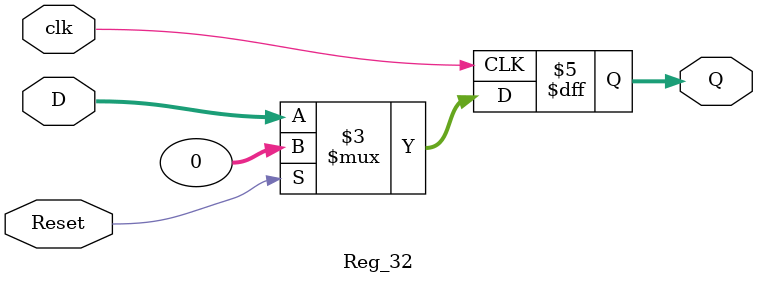
<source format=v>
`timescale 1ns / 1ps
module Reg_32(
    input [31:0] D,
    output reg [31:0] Q,
    input clk,
    input Reset
    );
	always @(posedge clk)
		if (Reset)
			Q <= 0;
		else
			Q <= D;
endmodule
</source>
